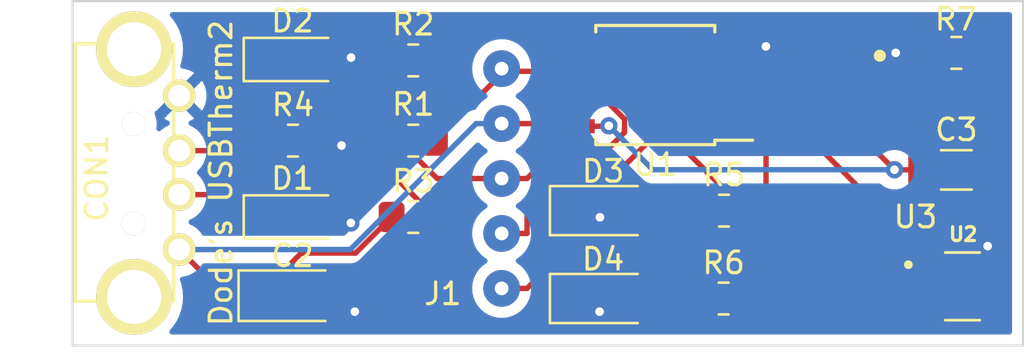
<source format=kicad_pcb>
(kicad_pcb (version 20211014) (generator pcbnew)
  (title_block (title "USBTherm2") (date "2023-02-03") (rev "1.0") (company "luniks.net"))
  (layers (0 "F.Cu" signal) (31 "B.Cu" signal) (34 "B.Paste" user) (35 "F.Paste" user) (36 "B.SilkS" user "B.Silkscreen") (37 "F.SilkS" user "F.Silkscreen") (38 "B.Mask" user) (39 "F.Mask" user) (44 "Edge.Cuts" user))
  (net 0 "")
  (net 1 "GND")
  (net 2 "+5V")
  (net 3 "Net-(CON1-Pad2)")
  (net 4 "Net-(CON1-Pad3)")
  (net 7 "Net-(D3-Pad2)")
  (net 8 "Net-(D4-Pad2)")
  (net 9 "Net-(R1-Pad1)")
  (net 10 "Net-(R2-Pad1)")
  (net 11 "Net-(R5-Pad2)")
  (net 12 "Net-(R7-Pad2)")
  (net 13 "Net-(U1-Pad1)")
  (net 14 "Net-(U1-Pad3)")
  (footprint "Diode_SMD:D_SOD-123" (layer "F.Cu") (at 123.952 91.7792)
    (fp_text reference "D2" (at 0 -1.778) (layer "F.SilkS"))
    (fp_text value "3.6V")
    (fp_line (start -2.25 1) (end 1.65 1) (layer "F.SilkS") (width 0.12))
    (fp_line (start -2.25 -1) (end 1.65 -1) (layer "F.SilkS") (width 0.12))
    (fp_line (start -2.25 -1) (end -2.25 1) (layer "F.SilkS") (width 0.12))
    (pad "1" smd rect (at -1.65 0) (size 0.9 1.2) (layers "F.Cu" "F.Paste" "F.Mask") (net 4 "Net-(CON1-Pad3)"))
    (pad "2" smd rect (at 1.65 0) (size 0.9 1.2) (layers "F.Cu" "F.Paste" "F.Mask") (net 1 "GND"))
  )
  (footprint "Package_SO:SOIC-8W_5.3x5.3mm_P1.27mm" (layer "F.Cu") (at 140.7311 92.9605 180)
    (fp_text reference "U1" (at 0 -3.68) (layer "F.SilkS"))
    (fp_text value "ATtiny85-20S")
    (fp_line (start -2.75 2.755) (end 2.75 2.755) (layer "F.SilkS") (width 0.15))
    (fp_line (start -2.75 -2.755) (end 2.75 -2.755) (layer "F.SilkS") (width 0.15))
    (fp_line (start -2.75 -2.55) (end -4.5 -2.55) (layer "F.SilkS") (width 0.15))
    (fp_line (start -2.75 2.755) (end -2.75 2.455) (layer "F.SilkS") (width 0.15))
    (fp_line (start 2.75 2.755) (end 2.75 2.455) (layer "F.SilkS") (width 0.15))
    (fp_line (start 2.75 -2.755) (end 2.75 -2.455) (layer "F.SilkS") (width 0.15))
    (fp_line (start -2.75 -2.755) (end -2.75 -2.55) (layer "F.SilkS") (width 0.15))
    (pad "1" smd rect (at -3.65 -1.905 180) (size 1.7 0.65) (layers "F.Cu" "F.Paste" "F.Mask") (net 13 "Net-(U1-Pad1)"))
    (pad "2" smd rect (at -3.65 -0.635 180) (size 1.7 0.65) (layers "F.Cu" "F.Paste" "F.Mask") (net 12 "Net-(R7-Pad2)"))
    (pad "3" smd rect (at -3.65 0.635 180) (size 1.7 0.65) (layers "F.Cu" "F.Paste" "F.Mask") (net 14 "Net-(U1-Pad3)"))
    (pad "4" smd rect (at -3.65 1.905 180) (size 1.7 0.65) (layers "F.Cu" "F.Paste" "F.Mask") (net 1 "GND"))
    (pad "5" smd rect (at 3.65 1.905 180) (size 1.7 0.65) (layers "F.Cu" "F.Paste" "F.Mask") (net 11 "Net-(R5-Pad2)"))
    (pad "6" smd rect (at 3.65 0.635 180) (size 1.7 0.65) (layers "F.Cu" "F.Paste" "F.Mask") (net 9 "Net-(R1-Pad1)"))
    (pad "7" smd rect (at 3.65 -0.635 180) (size 1.7 0.65) (layers "F.Cu" "F.Paste" "F.Mask") (net 10 "Net-(R2-Pad1)"))
    (pad "8" smd rect (at 3.65 -1.905 180) (size 1.7 0.65) (layers "F.Cu" "F.Paste" "F.Mask") (net 2 "+5V"))
  )
  (footprint "Resistor_SMD:R_0805_2012Metric_Pad1.20x1.40mm_HandSolder" (layer "F.Cu") (at 129.54 91.821 180)
    (fp_text reference "R2" (at 0 1.6764) (layer "F.SilkS"))
    (fp_text value "68")
    (fp_line (start -0.227064 0.735) (end 0.227064 0.735) (layer "F.SilkS") (width 0.12))
    (fp_line (start -0.227064 -0.735) (end 0.227064 -0.735) (layer "F.SilkS") (width 0.12))
    (pad "1" smd roundrect (at -1 0 180) (size 1.2 1.4) (layers "F.Cu" "F.Paste" "F.Mask") (roundrect_rratio 0.208333) (net 10 "Net-(R2-Pad1)"))
    (pad "2" smd roundrect (at 1 0 180) (size 1.2 1.4) (layers "F.Cu" "F.Paste" "F.Mask") (roundrect_rratio 0.208333) (net 4 "Net-(CON1-Pad3)"))
  )
  (footprint "TMP36GRT:SOT95P280X145-5N" (layer "F.Cu") (at 154.9331 102.2671)
    (fp_text reference "U2" (at 0.032 -2.4064) (layer "F.SilkS") (effects (font (size 0.64 0.64))))
    (fp_text value "TMP36")
    (fp_line (start 0.8 1.564) (end -0.8 1.564) (layer "F.SilkS") (width 0.127))
    (fp_line (start -0.8 -1.564) (end 0.8 -1.564) (layer "F.SilkS") (width 0.127))
    (fp_circle (center -2.5 -1) (end -2.4 -1) (layer "F.SilkS") (width 0.2) (fill none))
    (pad "1" smd roundrect locked (at -1.165 -0.95) (size 1.39 0.6) (layers "F.Cu" "F.Paste" "F.Mask") (roundrect_rratio 0.07) (net 14 "Net-(U1-Pad3)"))
    (pad "2" smd roundrect locked (at -1.165 0) (size 1.39 0.6) (layers "F.Cu" "F.Paste" "F.Mask") (roundrect_rratio 0.07) (net 2 "+5V"))
    (pad "3" smd roundrect locked (at -1.165 0.95) (size 1.39 0.6) (layers "F.Cu" "F.Paste" "F.Mask") (roundrect_rratio 0.07))
    (pad "4" smd roundrect locked (at 1.165 0.95 180) (size 1.39 0.6) (layers "F.Cu" "F.Paste" "F.Mask") (roundrect_rratio 0.07) (net 2 "+5V"))
    (pad "5" smd roundrect locked (at 1.165 -0.95 180) (size 1.39 0.6) (layers "F.Cu" "F.Paste" "F.Mask") (roundrect_rratio 0.07) (net 1 "GND"))
  )
  (footprint "Resistor_SMD:R_0805_2012Metric_Pad1.20x1.40mm_HandSolder" (layer "F.Cu") (at 154.6506 91.4721)
    (fp_text reference "R7" (at -0.0154 -1.5561) (layer "F.SilkS"))
    (fp_text value "80K")
    (fp_line (start -0.227064 -0.735) (end 0.227064 -0.735) (layer "F.SilkS") (width 0.12))
    (fp_line (start -0.227064 0.735) (end 0.227064 0.735) (layer "F.SilkS") (width 0.12))
    (pad "1" smd roundrect (at -1 0) (size 1.2 1.4) (layers "F.Cu" "F.Paste" "F.Mask") (roundrect_rratio 0.208333) (net 1 "GND"))
    (pad "2" smd roundrect (at 1 0) (size 1.2 1.4) (layers "F.Cu" "F.Paste" "F.Mask") (roundrect_rratio 0.208333) (net 12 "Net-(R7-Pad2)"))
  )
  (footprint "Resistor_SMD:R_0805_2012Metric_Pad1.20x1.40mm_HandSolder" (layer "F.Cu") (at 129.54 95.5294 180)
    (fp_text reference "R1" (at 0 1.6764) (layer "F.SilkS"))
    (fp_text value "68")
    (fp_line (start -0.227064 0.735) (end 0.227064 0.735) (layer "F.SilkS") (width 0.12))
    (fp_line (start -0.227064 -0.735) (end 0.227064 -0.735) (layer "F.SilkS") (width 0.12))
    (pad "1" smd roundrect (at -1 0 180) (size 1.2 1.4) (layers "F.Cu" "F.Paste" "F.Mask") (roundrect_rratio 0.208333) (net 9 "Net-(R1-Pad1)"))
    (pad "2" smd roundrect (at 1 0 180) (size 1.2 1.4) (layers "F.Cu" "F.Paste" "F.Mask") (roundrect_rratio 0.208333) (net 3 "Net-(CON1-Pad2)"))
  )
  (footprint "Diode_SMD:D_SOD-123" (layer "F.Cu") (at 123.952 99.06)
    (fp_text reference "D1" (at 0 -1.778) (layer "F.SilkS"))
    (fp_text value "3.6V")
    (fp_line (start -2.25 1) (end 1.65 1) (layer "F.SilkS") (width 0.12))
    (fp_line (start -2.25 -1) (end 1.65 -1) (layer "F.SilkS") (width 0.12))
    (fp_line (start -2.25 -1) (end -2.25 1) (layer "F.SilkS") (width 0.12))
    (pad "1" smd rect (at -1.65 0) (size 0.9 1.2) (layers "F.Cu" "F.Paste" "F.Mask") (net 3 "Net-(CON1-Pad2)"))
    (pad "2" smd rect (at 1.65 0) (size 0.9 1.2) (layers "F.Cu" "F.Paste" "F.Mask") (net 1 "GND"))
  )
  (footprint "Resistor_SMD:R_0805_2012Metric_Pad1.20x1.40mm_HandSolder" (layer "F.Cu") (at 143.8901 102.8305)
    (fp_text reference "R6" (at 0 -1.65) (layer "F.SilkS"))
    (fp_text value "220")
    (fp_line (start -0.227064 0.735) (end 0.227064 0.735) (layer "F.SilkS") (width 0.12))
    (fp_line (start -0.227064 -0.735) (end 0.227064 -0.735) (layer "F.SilkS") (width 0.12))
    (pad "1" smd roundrect (at -1 0) (size 1.2 1.4) (layers "F.Cu" "F.Paste" "F.Mask") (roundrect_rratio 0.208333) (net 8 "Net-(D4-Pad2)"))
    (pad "2" smd roundrect (at 1 0) (size 1.2 1.4) (layers "F.Cu" "F.Paste" "F.Mask") (roundrect_rratio 0.208333) (net 2 "+5V"))
  )
  (footprint "Resistor_SMD:R_0805_2012Metric_Pad1.20x1.40mm_HandSolder" (layer "F.Cu") (at 123.9774 95.5294)
    (fp_text reference "R4" (at 0 -1.65) (layer "F.SilkS"))
    (fp_text value "1M")
    (fp_line (start -0.227064 -0.735) (end 0.227064 -0.735) (layer "F.SilkS") (width 0.12))
    (fp_line (start -0.227064 0.735) (end 0.227064 0.735) (layer "F.SilkS") (width 0.12))
    (pad "1" smd roundrect (at -1 0) (size 1.2 1.4) (layers "F.Cu" "F.Paste" "F.Mask") (roundrect_rratio 0.208333) (net 4 "Net-(CON1-Pad3)"))
    (pad "2" smd roundrect (at 1 0) (size 1.2 1.4) (layers "F.Cu" "F.Paste" "F.Mask") (roundrect_rratio 0.208333) (net 1 "GND"))
  )
  (footprint "Connector_PinSocket_2.54mm:PinSocket_1x05_P2.54mm_Vertical" (layer "F.Cu") (at 133.626 92.202)
    (fp_text reference "J1" (at -2.7178 10.4082) (layer "F.SilkS"))
    (fp_text value "ISP")
    (pad "1" thru_hole circle (at 0 0) (size 1.7 1.7) (drill 0.635) (layers *.Cu *.Mask) (net 9 "Net-(R1-Pad1)"))
    (pad "2" thru_hole oval (at 0 2.54) (size 1.7 1.7) (drill 0.635) (layers *.Cu *.Mask) (net 2 "+5V"))
    (pad "3" thru_hole oval (at 0 5.08) (size 1.7 1.7) (drill 0.635) (layers *.Cu *.Mask) (net 10 "Net-(R2-Pad1)"))
    (pad "4" thru_hole oval (at 0 7.62) (size 1.7 1.7) (drill 0.635) (layers *.Cu *.Mask) (net 11 "Net-(R5-Pad2)"))
    (pad "5" thru_hole oval (at 0 10.16) (size 1.7 1.7) (drill 0.635) (layers *.Cu *.Mask) (net 13 "Net-(U1-Pad1)"))
  )
  (footprint "Resistor_SMD:R_0805_2012Metric_Pad1.20x1.40mm_HandSolder" (layer "F.Cu") (at 129.54 99.06)
    (fp_text reference "R3" (at 0 -1.65) (layer "F.SilkS"))
    (fp_text value "2.2K")
    (fp_line (start -0.227064 -0.735) (end 0.227064 -0.735) (layer "F.SilkS") (width 0.12))
    (fp_line (start -0.227064 0.735) (end 0.227064 0.735) (layer "F.SilkS") (width 0.12))
    (pad "1" smd roundrect (at -1 0) (size 1.2 1.4) (layers "F.Cu" "F.Paste" "F.Mask") (roundrect_rratio 0.208333) (net 2 "+5V"))
    (pad "2" smd roundrect (at 1 0) (size 1.2 1.4) (layers "F.Cu" "F.Paste" "F.Mask") (roundrect_rratio 0.208333) (net 3 "Net-(CON1-Pad2)"))
  )
  (footprint "LED_SMD:LED_1206_3216Metric_Pad1.42x1.75mm_HandSolder" (layer "F.Cu") (at 138.3181 98.7665)
    (fp_text reference "D3" (at 0 -1.82) (layer "F.SilkS"))
    (fp_text value "LED Blue")
    (fp_line (start -2.46 1.135) (end 1.6 1.135) (layer "F.SilkS") (width 0.12))
    (fp_line (start -2.46 -1.135) (end -2.46 1.135) (layer "F.SilkS") (width 0.12))
    (fp_line (start 1.6 -1.135) (end -2.46 -1.135) (layer "F.SilkS") (width 0.12))
    (pad "1" smd roundrect (at -1.4875 0) (size 1.425 1.75) (layers "F.Cu" "F.Paste" "F.Mask") (roundrect_rratio 0.175439) (net 1 "GND"))
    (pad "2" smd roundrect (at 1.4875 0) (size 1.425 1.75) (layers "F.Cu" "F.Paste" "F.Mask") (roundrect_rratio 0.175439) (net 7 "Net-(D3-Pad2)"))
  )
  (footprint "HIH-5030-001:HONEYWELL_HIH-5030-001" (layer "F.Cu") (at 149.1131 97.0043 180)
    (fp_text reference "U3" (at -3.64536 -2.0522) (layer "F.SilkS") (effects (font (size 1.00285 1.00285))))
    (fp_text value "HIH-5030-001")
    (fp_circle (center -2 5.4) (end -1.86 5.4) (layer "F.SilkS") (width 0.28) (fill none))
    (pad "1" smd rect locked (at -1.27 5.335 270) (size 1.78 0.51) (layers "F.Cu" "F.Paste" "F.Mask") (net 1 "GND"))
    (pad "2" smd rect locked (at 0 5.335 270) (size 1.78 0.51) (layers "F.Cu" "F.Paste" "F.Mask") (net 12 "Net-(R7-Pad2)"))
    (pad "3" smd rect locked (at 1.27 5.335 270) (size 1.78 0.51) (layers "F.Cu" "F.Paste" "F.Mask") (net 2 "+5V"))
    (pad "4" smd rect locked (at 0 -5.59 180) (size 2.54 2.29) (layers "F.Cu" "F.Paste" "F.Mask"))
  )
  (footprint "Capacitor_SMD:C_1206_3216Metric_Pad1.33x1.80mm_HandSolder" (layer "F.Cu") (at 154.6506 96.8821 180)
    (fp_text reference "C3" (at 0 1.854) (layer "F.SilkS"))
    (fp_text value "100nF")
    (fp_line (start -0.711252 -0.91) (end 0.711252 -0.91) (layer "F.SilkS") (width 0.12))
    (fp_line (start -0.711252 0.91) (end 0.711252 0.91) (layer "F.SilkS") (width 0.12))
    (pad "1" smd roundrect (at -1.5625 0 180) (size 1.325 1.8) (layers "F.Cu" "F.Paste" "F.Mask") (roundrect_rratio 0.188679) (net 1 "GND"))
    (pad "2" smd roundrect (at 1.5625 0 180) (size 1.325 1.8) (layers "F.Cu" "F.Paste" "F.Mask") (roundrect_rratio 0.188679) (net 2 "+5V"))
  )
  (footprint "Capacitor_SMD:C_1206_3216Metric_Pad1.33x1.80mm_HandSolder" (layer "F.Cu") (at 123.952 102.7012)
    (fp_text reference "C2" (at 0 -1.85) (layer "F.SilkS"))
    (fp_text value "10uF")
    (fp_line (start -2.4892 -1.1684) (end -2.4892 1.1684) (layer "F.SilkS") (width 0.12))
    (fp_line (start -2.4892 1.1684) (end 1.524 1.1684) (layer "F.SilkS") (width 0.12))
    (fp_line (start 1.524 -1.1684) (end -2.4892 -1.1684) (layer "F.SilkS") (width 0.12))
    (pad "1" smd roundrect (at -1.5625 0) (size 1.325 1.8) (layers "F.Cu" "F.Paste" "F.Mask") (roundrect_rratio 0.188679) (net 2 "+5V"))
    (pad "2" smd roundrect (at 1.5625 0) (size 1.325 1.8) (layers "F.Cu" "F.Paste" "F.Mask") (roundrect_rratio 0.188679) (net 1 "GND"))
  )
  (footprint "LED_SMD:LED_1206_3216Metric_Pad1.42x1.75mm_HandSolder" (layer "F.Cu") (at 138.3181 102.8305)
    (fp_text reference "D4" (at 0 -1.82) (layer "F.SilkS"))
    (fp_text value "LED Red")
    (fp_line (start 1.6 -1.135) (end -2.46 -1.135) (layer "F.SilkS") (width 0.12))
    (fp_line (start -2.46 -1.135) (end -2.46 1.135) (layer "F.SilkS") (width 0.12))
    (fp_line (start -2.46 1.135) (end 1.6 1.135) (layer "F.SilkS") (width 0.12))
    (pad "1" smd roundrect (at -1.4875 0) (size 1.425 1.75) (layers "F.Cu" "F.Paste" "F.Mask") (roundrect_rratio 0.175439) (net 1 "GND"))
    (pad "2" smd roundrect (at 1.4875 0) (size 1.425 1.75) (layers "F.Cu" "F.Paste" "F.Mask") (roundrect_rratio 0.175439) (net 8 "Net-(D4-Pad2)"))
  )
  (footprint "USB-A-PLUG:USB_A_PLUG" (layer "F.Cu") (at 118.715 93.453 -90)
    (fp_text reference "CON1" (at 3.81 3.81 90) (layer "F.SilkS"))
    (fp_text value "USB-A PLUG")
    (fp_line (start -2.4 0.25) (end 9.5 0.25) (layer "F.SilkS") (width 0.15))
    (fp_line (start 9.5 0.25) (end 9.5 4.8) (layer "F.SilkS") (width 0.15))
    (fp_line (start 9.5 4.8) (end -2.4 4.8) (layer "F.SilkS") (width 0.15))
    (fp_line (start -2 0.25) (end -1.95 0.25) (layer "F.SilkS") (width 0.15))
    (fp_line (start -2.4 4.8) (end -2.4 0.25) (layer "F.SilkS") (width 0.15))
    (pad "1" thru_hole circle (at 7.11286 -0.00212 180) (size 1.50114 1.50114) (drill 1.00076) (layers *.Cu *.Mask "F.SilkS") (net 2 "+5V"))
    (pad "2" thru_hole circle (at 4.57286 -0.00212 180) (size 1.50114 1.50114) (drill 1.00076) (layers *.Cu *.Mask "F.SilkS") (net 3 "Net-(CON1-Pad2)"))
    (pad "3" thru_hole circle (at 2.54086 -0.00212 180) (size 1.50114 1.50114) (drill 1.00076) (layers *.Cu *.Mask "F.SilkS") (net 4 "Net-(CON1-Pad3)"))
    (pad "4" thru_hole circle (at 0.00086 -0.00212 180) (size 1.50114 1.50114) (drill 1.00076) (layers *.Cu *.Mask "F.SilkS") (net 1 "GND"))
    (pad "5" thru_hole circle (at 9.3 2.08488 180) (size 3.5 3.5) (drill 2.5) (layers *.Cu *.Mask "F.SilkS"))
    (pad "6" thru_hole circle (at -2.15 2.08488 180) (size 3.5 3.5) (drill 2.5) (layers *.Cu *.Mask "F.SilkS"))
    (pad "7" thru_hole circle (at 5.9 2.1 180) (size 1.1 1.1) (drill 1.1) (layers *.Cu *.Mask "F.SilkS"))
    (pad "8" thru_hole circle (at 1.3 2.1 180) (size 1.1 1.1) (drill 1.1) (layers *.Cu *.Mask "F.SilkS"))
  )
  (footprint "Resistor_SMD:R_0805_2012Metric_Pad1.20x1.40mm_HandSolder" (layer "F.Cu") (at 143.9061 98.7665)
    (fp_text reference "R5" (at 0 -1.65) (layer "F.SilkS"))
    (fp_text value "220")
    (fp_line (start -0.227064 -0.735) (end 0.227064 -0.735) (layer "F.SilkS") (width 0.12))
    (fp_line (start -0.227064 0.735) (end 0.227064 0.735) (layer "F.SilkS") (width 0.12))
    (pad "1" smd roundrect (at -1 0) (size 1.2 1.4) (layers "F.Cu" "F.Paste" "F.Mask") (roundrect_rratio 0.208333) (net 7 "Net-(D3-Pad2)"))
    (pad "2" smd roundrect (at 1 0) (size 1.2 1.4) (layers "F.Cu" "F.Paste" "F.Mask") (roundrect_rratio 0.208333) (net 11 "Net-(R5-Pad2)"))
  )
  (gr_rect (start 113.792 89.0778) (end 157.734 105.0036) (layer "Edge.Cuts") (width 0.1) (fill none))
  (gr_text "Dode's USBTherm2" (at 120.65 97.028 90) (layer "F.SilkS") (effects (font (size 1 1))))
  (segment (start 156.2131 100.2921) (end 156.2131 96.8821) (width 0.25) (layer "F.Cu") (net 1))
  (segment (start 126.836 103.4363) (end 126.2496 103.4363) (width 0.25) (layer "F.Cu") (net 1))
  (segment (start 126.4655 91.691) (end 126.3773 91.7792) (width 0.25) (layer "F.Cu") (net 1))
  (segment (start 156.0981 100.4071) (end 156.0981 101.3171) (width 0.25) (layer "F.Cu") (net 1))
  (segment (start 126.2496 103.4363) (end 125.5145 102.7012) (width 0.25) (layer "F.Cu") (net 1))
  (segment (start 126.2241 95.7556) (end 125.2036 95.7556) (width 0.25) (layer "F.Cu") (net 1))
  (segment (start 126.6543 99.337) (end 126.3773 99.06) (width 0.25) (layer "F.Cu") (net 1))
  (segment (start 126.6643 91.691) (end 126.4655 91.691) (width 0.25) (layer "F.Cu") (net 1))
  (segment (start 125.2036 95.7556) (end 124.9774 95.5294) (width 0.25) (layer "F.Cu") (net 1))
  (segment (start 145.6743 91.1734) (end 145.5564 91.0555) (width 0.25) (layer "F.Cu") (net 1))
  (segment (start 137.4364 103.4363) (end 136.8306 102.8305) (width 0.25) (layer "F.Cu") (net 1))
  (segment (start 151.8439 91.4721) (end 150.5803 91.4721) (width 0.25) (layer "F.Cu") (net 1))
  (segment (start 145.8446 91.1734) (end 145.6743 91.1734) (width 0.25) (layer "F.Cu") (net 1))
  (segment (start 153.6506 91.4721) (end 151.8439 91.4721) (width 0.25) (layer "F.Cu") (net 1))
  (segment (start 125.602 99.06) (end 126.3773 99.06) (width 0.25) (layer "F.Cu") (net 1))
  (segment (start 156.0981 100.4071) (end 156.2131 100.2921) (width 0.25) (layer "F.Cu") (net 1))
  (segment (start 144.3811 91.0555) (end 145.5564 91.0555) (width 0.25) (layer "F.Cu") (net 1))
  (segment (start 138.1528 103.4363) (end 137.4364 103.4363) (width 0.25) (layer "F.Cu") (net 1))
  (segment (start 137.1384 99.0743) (end 136.8306 98.7665) (width 0.25) (layer "F.Cu") (net 1))
  (segment (start 125.602 91.7792) (end 126.3773 91.7792) (width 0.25) (layer "F.Cu") (net 1))
  (segment (start 150.5803 91.4721) (end 150.3831 91.6693) (width 0.25) (layer "F.Cu") (net 1))
  (segment (start 138.1706 99.0743) (end 137.1384 99.0743) (width 0.25) (layer "F.Cu") (net 1))
  (via (at 151.8439 91.4721) (size 0.8) (drill 0.4) (layers "F.Cu" "B.Cu") (net 1))
  (via (at 126.6643 91.691) (size 0.8) (drill 0.4) (layers "F.Cu" "B.Cu") (net 1))
  (via (at 126.6543 99.337) (size 0.8) (drill 0.4) (layers "F.Cu" "B.Cu") (net 1))
  (via (at 145.8446 91.1734) (size 0.8) (drill 0.4) (layers "F.Cu" "B.Cu") (net 1))
  (via (at 138.1706 99.0743) (size 0.8) (drill 0.4) (layers "F.Cu" "B.Cu") (net 1))
  (via (at 126.2241 95.7556) (size 0.8) (drill 0.4) (layers "F.Cu" "B.Cu") (net 1))
  (via (at 126.836 103.4363) (size 0.8) (drill 0.4) (layers "F.Cu" "B.Cu") (net 1))
  (via (at 138.1528 103.4363) (size 0.8) (drill 0.4) (layers "F.Cu" "B.Cu") (net 1))
  (via (at 156.0981 100.4071) (size 0.8) (drill 0.4) (layers "F.Cu" "B.Cu") (net 1))
  (segment (start 153.7681 102.2671) (end 154.3765 102.2671) (width 0.25) (layer "F.Cu") (net 2))
  (segment (start 150.9127 101.0857) (end 152.0941 102.2671) (width 0.25) (layer "F.Cu") (net 2))
  (segment (start 147.8431 91.6693) (end 147.8431 92.9287) (width 0.25) (layer "F.Cu") (net 2))
  (segment (start 126.8699 100.7301) (end 124.3606 100.7301) (width 0.25) (layer "F.Cu") (net 2))
  (segment (start 124.3606 100.7301) (end 122.3895 102.7012) (width 0.25) (layer "F.Cu") (net 2))
  (segment (start 144.8901 102.8305) (end 146.6349 101.0857) (width 0.25) (layer "F.Cu") (net 2))
  (segment (start 147.8431 92.9287) (end 151.79 96.8756) (width 0.25) (layer "F.Cu") (net 2))
  (segment (start 153.0881 96.8821) (end 154.7952 98.5892) (width 0.25) (layer "F.Cu") (net 2))
  (segment (start 154.7623 101.8813) (end 156.0981 103.2171) (width 0.25) (layer "F.Cu") (net 2))
  (segment (start 151.797 96.8821) (end 151.79 96.8756) (width 0.25) (layer "F.Cu") (net 2))
  (segment (start 118.7171 100.5659) (end 120.8524 102.7012) (width 0.25) (layer "F.Cu") (net 2))
  (segment (start 154.7952 101.8484) (end 154.7623 101.8813) (width 0.25) (layer "F.Cu") (net 2))
  (segment (start 153.088 96.8821) (end 151.797 96.8821) (width 0.25) (layer "F.Cu") (net 2))
  (segment (start 154.3765 102.2671) (end 154.7623 101.8813) (width 0.25) (layer "F.Cu") (net 2))
  (segment (start 138.56 94.8655) (end 138.582 94.8436) (width 0.25) (layer "F.Cu") (net 2))
  (segment (start 153.088 96.8821) (end 153.0881 96.8821) (width 0.25) (layer "F.Cu") (net 2))
  (segment (start 128.54 99.06) (end 126.8699 100.7301) (width 0.25) (layer "F.Cu") (net 2))
  (segment (start 146.6349 101.0857) (end 150.9127 101.0857) (width 0.25) (layer "F.Cu") (net 2))
  (segment (start 136.958 94.742) (end 137.081 94.8655) (width 0.25) (layer "F.Cu") (net 2))
  (segment (start 152.0941 102.2671) (end 153.7681 102.2671) (width 0.25) (layer "F.Cu") (net 2))
  (segment (start 154.7952 98.5892) (end 154.7952 101.8484) (width 0.25) (layer "F.Cu") (net 2))
  (segment (start 120.8524 102.7012) (end 122.3895 102.7012) (width 0.25) (layer "F.Cu") (net 2))
  (segment (start 137.0811 94.8655) (end 138.56 94.8655) (width 0.25) (layer "F.Cu") (net 2))
  (segment (start 133.626 94.742) (end 136.958 94.742) (width 0.25) (layer "F.Cu") (net 2))
  (segment (start 137.081 94.8655) (end 137.0811 94.8655) (width 0.25) (layer "F.Cu") (net 2))
  (via (at 138.582 94.8436) (size 0.8) (drill 0.4) (layers "F.Cu" "B.Cu") (net 2))
  (via (at 151.79 96.8756) (size 0.8) (drill 0.4) (layers "F.Cu" "B.Cu") (net 2))
  (segment (start 118.7171 100.5659) (end 126.6268 100.5659) (width 0.25) (layer "B.Cu") (net 2))
  (segment (start 140.614 96.8756) (end 151.79 96.8756) (width 0.25) (layer "B.Cu") (net 2))
  (segment (start 133.626 94.742) (end 132.4507 94.742) (width 0.25) (layer "B.Cu") (net 2))
  (segment (start 126.6268 100.5659) (end 132.4507 94.742) (width 0.25) (layer "B.Cu") (net 2))
  (segment (start 138.582 94.8436) (end 140.614 96.8756) (width 0.25) (layer "B.Cu") (net 2))
  (segment (start 122.302 99.06) (end 121.5267 99.06) (width 0.25) (layer "F.Cu") (net 3))
  (segment (start 122.302 99.06) (end 123.0773 99.06) (width 0.25) (layer "F.Cu") (net 3))
  (segment (start 128.54 97.06) (end 128.54 95.5294) (width 0.25) (layer "F.Cu") (net 3))
  (segment (start 123.0773 99.06) (end 125.0773 97.06) (width 0.25) (layer "F.Cu") (net 3))
  (segment (start 120.4926 98.0259) (end 121.5267 99.06) (width 0.25) (layer "F.Cu") (net 3))
  (segment (start 130.54 99.06) (end 128.54 97.06) (width 0.25) (layer "F.Cu") (net 3))
  (segment (start 118.7171 98.0259) (end 120.4926 98.0259) (width 0.25) (layer "F.Cu") (net 3))
  (segment (start 125.0773 97.06) (end 128.54 97.06) (width 0.25) (layer "F.Cu") (net 3))
  (segment (start 122.7452 93.1477) (end 122.302 92.7045) (width 0.25) (layer "F.Cu") (net 4))
  (segment (start 118.7171 95.9939) (end 122.2807 95.9939) (width 0.25) (layer "F.Cu") (net 4))
  (segment (start 122.7452 95.5294) (end 122.9774 95.5294) (width 0.25) (layer "F.Cu") (net 4))
  (segment (start 122.7452 95.5294) (end 122.7452 93.1477) (width 0.25) (layer "F.Cu") (net 4))
  (segment (start 122.2807 95.9939) (end 122.7452 95.5294) (width 0.25) (layer "F.Cu") (net 4))
  (segment (start 127.2133 93.1477) (end 122.7452 93.1477) (width 0.25) (layer "F.Cu") (net 4))
  (segment (start 128.54 91.821) (end 127.2133 93.1477) (width 0.25) (layer "F.Cu") (net 4))
  (segment (start 122.302 91.7792) (end 122.302 92.7045) (width 0.25) (layer "F.Cu") (net 4))
  (segment (start 142.9061 98.7665) (end 139.8056 98.7665) (width 0.25) (layer "F.Cu") (net 7))
  (segment (start 139.8056 102.8305) (end 142.8901 102.8305) (width 0.25) (layer "F.Cu") (net 8))
  (segment (start 137.0811 92.3255) (end 135.9058 92.3255) (width 0.25) (layer "F.Cu") (net 9))
  (segment (start 133.626 92.202) (end 133.626 92.3255) (width 0.25) (layer "F.Cu") (net 9))
  (segment (start 133.626 92.4434) (end 130.54 95.5294) (width 0.25) (layer "F.Cu") (net 9))
  (segment (start 133.626 92.3255) (end 133.626 92.4434) (width 0.25) (layer "F.Cu") (net 9))
  (segment (start 133.626 92.3255) (end 135.9058 92.3255) (width 0.25) (layer "F.Cu") (net 9))
  (segment (start 139.3074 94.5334) (end 139.3074 95.1487) (width 0.25) (layer "F.Cu") (net 10))
  (segment (start 135.2516 96.8317) (end 134.8013 97.282) (width 0.25) (layer "F.Cu") (net 10))
  (segment (start 137.0811 93.5955) (end 138.3695 93.5955) (width 0.25) (layer "F.Cu") (net 10))
  (segment (start 139.3074 95.1487) (end 137.6244 96.8317) (width 0.25) (layer "F.Cu") (net 10))
  (segment (start 130.6411 97.282) (end 133.626 97.282) (width 0.25) (layer "F.Cu") (net 10))
  (segment (start 138.3695 93.5955) (end 139.3074 94.5334) (width 0.25) (layer "F.Cu") (net 10))
  (segment (start 129.6025 92.7585) (end 129.6025 96.2434) (width 0.25) (layer "F.Cu") (net 10))
  (segment (start 129.6025 96.2434) (end 130.6411 97.282) (width 0.25) (layer "F.Cu") (net 10))
  (segment (start 133.626 97.282) (end 134.8013 97.282) (width 0.25) (layer "F.Cu") (net 10))
  (segment (start 130.54 91.821) (end 129.6025 92.7585) (width 0.25) (layer "F.Cu") (net 10))
  (segment (start 137.6244 96.8317) (end 135.2516 96.8317) (width 0.25) (layer "F.Cu") (net 10))
  (segment (start 136.1613 97.5071) (end 138.4895 97.5071) (width 0.25) (layer "F.Cu") (net 11))
  (segment (start 134.8013 99.822) (end 134.8013 98.8671) (width 0.25) (layer "F.Cu") (net 11))
  (segment (start 141.0681 94.9285) (end 141.0681 93.8672) (width 0.25) (layer "F.Cu") (net 11))
  (segment (start 137.0811 91.0555) (end 138.2564 91.0555) (width 0.25) (layer "F.Cu") (net 11))
  (segment (start 141.0681 93.8672) (end 138.2564 91.0555) (width 0.25) (layer "F.Cu") (net 11))
  (segment (start 134.8013 98.8671) (end 136.1613 97.5071) (width 0.25) (layer "F.Cu") (net 11))
  (segment (start 144.9061 98.7665) (end 141.0681 94.9285) (width 0.25) (layer "F.Cu") (net 11))
  (segment (start 133.626 99.822) (end 134.8013 99.822) (width 0.25) (layer "F.Cu") (net 11))
  (segment (start 138.4895 97.5071) (end 141.0681 94.9285) (width 0.25) (layer "F.Cu") (net 11))
  (segment (start 149.1371 90.43) (end 149.1131 90.454) (width 0.25) (layer "F.Cu") (net 12))
  (segment (start 144.3811 93.5955) (end 143.2058 93.5955) (width 0.25) (layer "F.Cu") (net 12))
  (segment (start 155.6506 91.4721) (end 154.6085 90.43) (width 0.25) (layer "F.Cu") (net 12))
  (segment (start 149.1131 90.454) (end 149.044 90.3849) (width 0.25) (layer "F.Cu") (net 12))
  (segment (start 143.4101 90.3849) (end 143.2058 90.5892) (width 0.25) (layer "F.Cu") (net 12))
  (segment (start 149.1131 91.6693) (end 149.1131 90.454) (width 0.25) (layer "F.Cu") (net 12))
  (segment (start 143.2058 90.5892) (end 143.2058 93.5955) (width 0.25) (layer "F.Cu") (net 12))
  (segment (start 154.6085 90.43) (end 149.1371 90.43) (width 0.25) (layer "F.Cu") (net 12))
  (segment (start 149.044 90.3849) (end 143.4101 90.3849) (width 0.25) (layer "F.Cu") (net 12))
  (segment (start 135.9766 101.1867) (end 134.8013 102.362) (width 0.25) (layer "F.Cu") (net 13))
  (segment (start 145.8506 95.1597) (end 145.8506 99.4875) (width 0.25) (layer "F.Cu") (net 13))
  (segment (start 144.1514 101.1867) (end 135.9766 101.1867) (width 0.25) (layer "F.Cu") (net 13))
  (segment (start 145.5564 94.8655) (end 145.8506 95.1597) (width 0.25) (layer "F.Cu") (net 13))
  (segment (start 145.8506 99.4875) (end 144.1514 101.1867) (width 0.25) (layer "F.Cu") (net 13))
  (segment (start 133.626 102.362) (end 134.8013 102.362) (width 0.25) (layer "F.Cu") (net 13))
  (segment (start 144.3811 94.8655) (end 145.5564 94.8655) (width 0.25) (layer "F.Cu") (net 13))
  (segment (start 153.7681 101.3171) (end 145.5564 93.1054) (width 0.25) (layer "F.Cu") (net 14))
  (segment (start 144.3811 92.3255) (end 145.5564 92.3255) (width 0.25) (layer "F.Cu") (net 14))
  (segment (start 145.5564 93.1054) (end 145.5564 92.3255) (width 0.25) (layer "F.Cu") (net 14))
  (zone (net 1) (net_name "GND") (layer "B.Cu") (connect_pads (clearance 0.508)) (min_thickness 0.254) (fill yes (thermal_gap 0.508) (thermal_bridge_width 0.508))
    (polygon (pts (xy 157.6832 104.9528) (xy 113.8936 104.9528) (xy 113.8936 89.1032) (xy 157.6832 89.1032)))
  )
)
</source>
